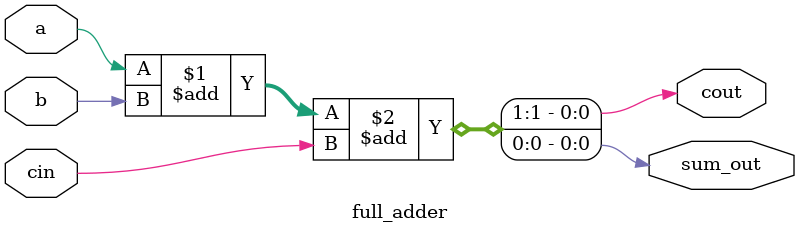
<source format=v>
`timescale 1ns / 1ps
module full_adder(
    input a,b,cin,
    output cout,sum_out);
    assign {cout,sum_out}=a+b+cin;
endmodule


</source>
